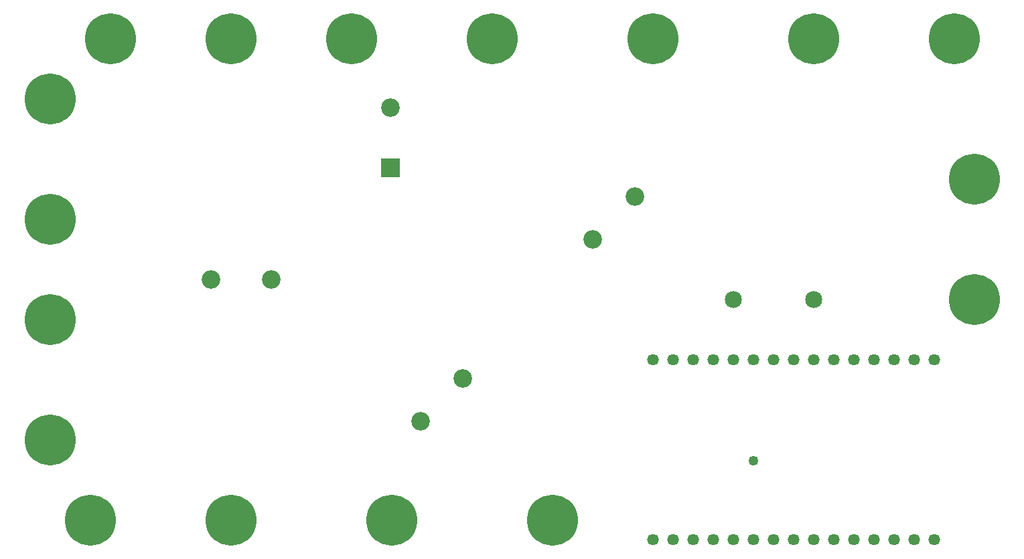
<source format=gts>
G04 MADE WITH FRITZING*
G04 WWW.FRITZING.ORG*
G04 DOUBLE SIDED*
G04 HOLES PLATED*
G04 CONTOUR ON CENTER OF CONTOUR VECTOR*
%ASAXBY*%
%FSLAX23Y23*%
%MOIN*%
%OFA0B0*%
%SFA1.0B1.0*%
%ADD10C,0.057829*%
%ADD11C,0.049370*%
%ADD12C,0.092000*%
%ADD13C,0.085000*%
%ADD14C,0.254000*%
%ADD15R,0.092000X0.092000*%
%ADD16C,0.030000*%
%LNMASK1*%
G90*
G70*
G54D10*
X3690Y1171D03*
X3491Y274D03*
X3591Y274D03*
X3690Y274D03*
X3790Y274D03*
X3890Y274D03*
X3591Y1171D03*
X3491Y1171D03*
X3790Y1171D03*
X3990Y274D03*
X4090Y274D03*
X4190Y274D03*
X4289Y274D03*
X4389Y274D03*
X4489Y274D03*
X4589Y274D03*
X4689Y274D03*
X4789Y274D03*
X4889Y274D03*
X4190Y1171D03*
X4289Y1171D03*
X4389Y1171D03*
X4489Y1171D03*
X4589Y1171D03*
X4689Y1171D03*
X4789Y1171D03*
X4889Y1171D03*
X3890Y1171D03*
X3990Y1171D03*
X4090Y1171D03*
G54D11*
X3989Y668D03*
G54D12*
X2545Y1078D03*
X2333Y865D03*
G54D13*
X4289Y1471D03*
X3889Y1471D03*
G54D14*
X2989Y371D03*
X2989Y371D03*
X2189Y371D03*
X2189Y371D03*
X5089Y1471D03*
X5089Y1471D03*
X489Y2471D03*
X489Y2471D03*
X789Y2771D03*
X789Y2771D03*
X489Y1371D03*
X489Y1371D03*
X1989Y2771D03*
X1989Y2771D03*
X2689Y2771D03*
X2689Y2771D03*
X4289Y2771D03*
X4289Y2771D03*
X5089Y2071D03*
X5089Y2071D03*
X489Y1871D03*
X489Y1871D03*
X1389Y2771D03*
X1389Y2771D03*
X3489Y2771D03*
X3489Y2771D03*
X4989Y2771D03*
X4989Y2771D03*
X1389Y371D03*
X1389Y371D03*
X489Y771D03*
X489Y771D03*
X689Y371D03*
X689Y371D03*
G54D12*
X3189Y1771D03*
X3401Y1984D03*
X1589Y1571D03*
X1289Y1571D03*
X2183Y2128D03*
X2183Y2428D03*
G54D15*
X2183Y2128D03*
G54D16*
G36*
X2545Y1034D02*
X2502Y1078D01*
X2545Y1121D01*
X2589Y1078D01*
X2545Y1034D01*
G37*
D02*
G36*
X3189Y1815D02*
X3233Y1771D01*
X3189Y1728D01*
X3145Y1771D01*
X3189Y1815D01*
G37*
D02*
G36*
X1558Y1540D02*
X1558Y1602D01*
X1620Y1602D01*
X1620Y1540D01*
X1558Y1540D01*
G37*
D02*
G04 End of Mask1*
M02*
</source>
